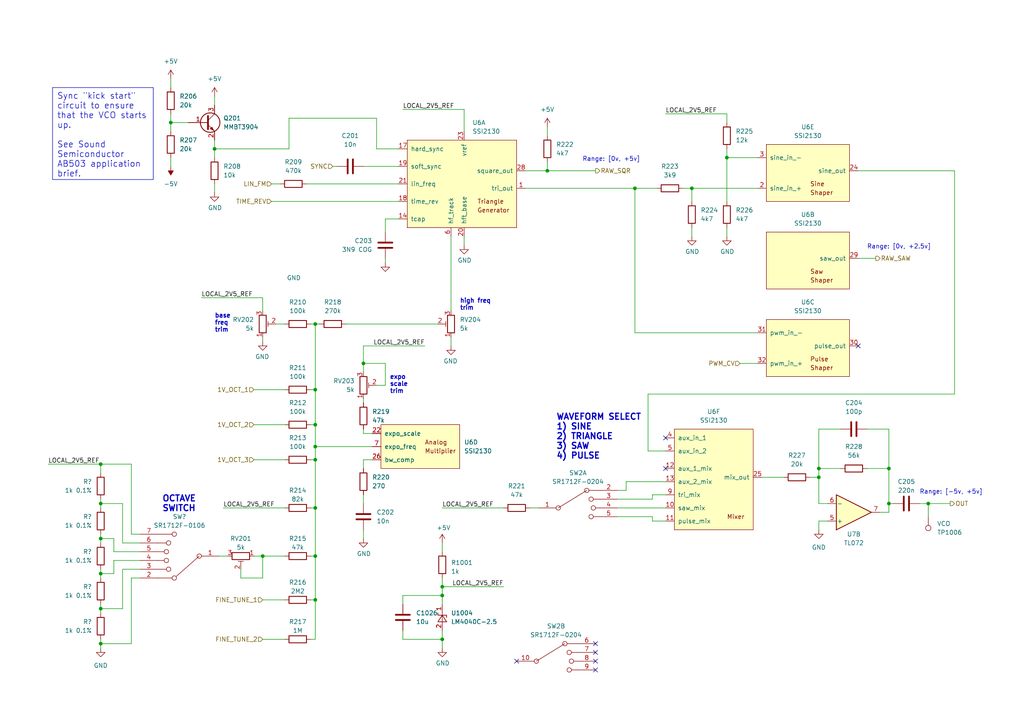
<source format=kicad_sch>
(kicad_sch (version 20230121) (generator eeschema)
  (paper "A4")
  (title_block (title "MICRO-OX Main VCO board") (date "2023-04-12") (rev "0") (comment 2 "creativecommons.org/licenses/by/4.0") (comment 3 "license: CC by 4.0") (comment 4 "Author: Jordan Aceto"))
  (lib_symbols
    (symbol "Amplifier_Operational:TL072" (pin_names (offset 0.127))
      (property "Reference" "U" (at 0 5.08 0))
      (property "Value" "TL072" (at 0 -5.08 0))
      (symbol "TL072_1_1"
        (polyline (pts (xy -5.08 5.08) (xy 5.08 0) (xy -5.08 -5.08) (xy -5.08 5.08)) (stroke (width 0.254)) (fill (type background)))
        (pin output line (at 7.62 0 180) (length 2.54) (name "~") (number "1"))
        (pin input line (at -7.62 -2.54 0) (length 2.54) (name "-") (number "2"))
        (pin input line (at -7.62 2.54 0) (length 2.54) (name "+") (number "3"))
      )
      (symbol "TL072_2_1"
        (polyline (pts (xy -5.08 5.08) (xy 5.08 0) (xy -5.08 -5.08) (xy -5.08 5.08)) (stroke (width 0.254)) (fill (type background)))
        (pin input line (at -7.62 2.54 0) (length 2.54) (name "+") (number "5"))
        (pin input line (at -7.62 -2.54 0) (length 2.54) (name "-") (number "6"))
        (pin output line (at 7.62 0 180) (length 2.54) (name "~") (number "7"))
      )
      (symbol "TL072_3_1"
        (pin power_in line (at -2.54 -7.62 90) (length 3.81) (name "V-") (number "4"))
        (pin power_in line (at -2.54 7.62 270) (length 3.81) (name "V+") (number "8"))
      )
    )
    (symbol "Connector:TestPoint" (pin_numbers hide) (pin_names (offset 0.762) hide)
      (property "Reference" "TP" (at 0 6.858 0))
      (property "Value" "TestPoint" (at 0 5.08 0))
      (symbol "TestPoint_0_1"
        (circle (center 0 3.302) (radius 0.762))
      )
      (symbol "TestPoint_1_1"
        (pin passive line (at 0 0 90) (length 2.54) (name "1") (number "1"))
      )
    )
    (symbol "Device:C" (pin_numbers hide) (pin_names (offset 0.254))
      (property "Reference" "C" (at 0.635 2.54 0))
      (property "Value" "C" (at 0.635 -2.54 0))
      (symbol "C_0_1"
        (polyline (pts (xy -2.032 -0.762) (xy 2.032 -0.762)) (stroke (width 0.508)))
        (polyline (pts (xy -2.032 0.762) (xy 2.032 0.762)) (stroke (width 0.508)))
      )
      (symbol "C_1_1"
        (pin passive line (at 0 3.81 270) (length 2.794) (name "~") (number "1"))
        (pin passive line (at 0 -3.81 90) (length 2.794) (name "~") (number "2"))
      )
    )
    (symbol "Device:R" (pin_numbers hide) (pin_names (offset 0))
      (property "Reference" "R" (at 2.032 0 90))
      (property "Value" "R" (at 0 0 90))
      (symbol "R_0_1"
        (rectangle (start -1.016 -2.54) (end 1.016 2.54) (stroke (width 0.254)))
      )
      (symbol "R_1_1"
        (pin passive line (at 0 3.81 270) (length 1.27) (name "~") (number "1"))
        (pin passive line (at 0 -3.81 90) (length 1.27) (name "~") (number "2"))
      )
    )
    (symbol "Device:R_Potentiometer_Trim" (pin_names (offset 1.016) hide)
      (property "Reference" "RV" (at -4.445 0 90))
      (property "Value" "R_Potentiometer_Trim" (at -2.54 0 90))
      (symbol "R_Potentiometer_Trim_0_1"
        (polyline (pts (xy 1.524 0.762) (xy 1.524 -0.762)))
        (polyline (pts (xy 2.54 0) (xy 1.524 0)))
        (rectangle (start 1.016 2.54) (end -1.016 -2.54) (stroke (width 0.254)))
      )
      (symbol "R_Potentiometer_Trim_1_1"
        (pin passive line (at 0 3.81 270) (length 1.27) (name "1") (number "1"))
        (pin passive line (at 3.81 0 180) (length 1.27) (name "2") (number "2"))
        (pin passive line (at 0 -3.81 90) (length 1.27) (name "3") (number "3"))
      )
    )
    (symbol "Reference_Voltage:LM4040DBZ-2.5" (pin_names (offset 0.0254) hide)
      (property "Reference" "U" (at 0 2.54 0))
      (property "Value" "LM4040DBZ-2.5" (at 0 -3.175 0))
      (symbol "LM4040DBZ-2.5_0_1"
        (polyline (pts (xy -1.27 0) (xy 0 0) (xy 1.27 0)))
        (polyline (pts (xy -1.27 -1.27) (xy 0.635 0) (xy -1.27 1.27) (xy -1.27 -1.27)) (stroke (width 0.2032)))
        (polyline (pts (xy 0 -1.27) (xy 0.635 -1.27) (xy 0.635 1.27) (xy 1.27 1.27)) (stroke (width 0.2032)))
      )
      (symbol "LM4040DBZ-2.5_1_1"
        (pin passive line (at 3.81 0 180) (length 2.54) (name "K") (number "1"))
        (pin passive line (at -3.81 0 0) (length 2.54) (name "A") (number "2"))
      )
    )
    (symbol "Transistor_BJT:MMBT3904" (pin_names (offset 0) hide)
      (property "Reference" "Q" (at 5.08 1.905 0))
      (property "Value" "MMBT3904" (at 5.08 0 0))
      (symbol "MMBT3904_0_1"
        (polyline (pts (xy 0.635 0.635) (xy 2.54 2.54)))
        (polyline (pts (xy 0.635 -0.635) (xy 2.54 -2.54) (xy 2.54 -2.54)))
        (polyline (pts (xy 0.635 1.905) (xy 0.635 -1.905) (xy 0.635 -1.905)) (stroke (width 0.508)))
        (polyline (pts (xy 1.27 -1.778) (xy 1.778 -1.27) (xy 2.286 -2.286) (xy 1.27 -1.778) (xy 1.27 -1.778)) (fill (type outline)))
        (circle (center 1.27 0) (radius 2.8194) (stroke (width 0.254)))
      )
      (symbol "MMBT3904_1_1"
        (pin input line (at -5.08 0 0) (length 5.715) (name "B") (number "1"))
        (pin passive line (at 2.54 -5.08 90) (length 2.54) (name "E") (number "2"))
        (pin passive line (at 2.54 5.08 270) (length 2.54) (name "C") (number "3"))
      )
    )
    (symbol "custom_symbols:SR1712F-0106" (pin_names (offset 1.016) hide)
      (property "Reference" "SW?" (at -1.27 11.43 0))
      (property "Value" "SR1712F-0106" (at -1.27 8.89 0))
      (symbol "SR1712F-0106_0_0"
        (circle (center -4.445 0) (radius 0.635))
        (polyline (pts (xy -4.445 0) (xy 2.159 5.842)))
        (polyline (pts (xy 3.429 -6.35) (xy 7.62 -6.35)))
        (polyline (pts (xy 3.429 6.35) (xy 7.62 6.35)))
        (polyline (pts (xy 5.08 -3.81) (xy 7.62 -3.81)))
        (polyline (pts (xy 5.08 3.81) (xy 7.62 3.81)))
        (polyline (pts (xy 5.715 -1.27) (xy 7.62 -1.27)))
        (polyline (pts (xy 5.715 1.27) (xy 7.62 1.27)))
        (circle (center 2.794 -6.35) (radius 0.635))
        (circle (center 2.794 6.35) (radius 0.635))
        (circle (center 4.445 -3.81) (radius 0.635))
        (circle (center 4.445 3.81) (radius 0.635))
        (circle (center 5.08 -1.27) (radius 0.635))
        (circle (center 5.08 1.27) (radius 0.635))
      )
      (symbol "SR1712F-0106_1_1"
        (pin passive line (at -10.16 0 0) (length 5.08) (name "1") (number "1"))
        (pin passive line (at 12.7 6.35 180) (length 5.08) (name "2") (number "2"))
        (pin passive line (at 12.7 3.81 180) (length 5.08) (name "3") (number "3"))
        (pin passive line (at 12.7 1.27 180) (length 5.08) (name "4") (number "4"))
        (pin passive line (at 12.7 -1.27 180) (length 5.08) (name "5") (number "5"))
        (pin passive line (at 12.7 -3.81 180) (length 5.08) (name "6") (number "6"))
        (pin passive line (at 12.7 -6.35 180) (length 5.08) (name "7") (number "7"))
      )
    )
    (symbol "custom_symbols:SR1712F-0204" (pin_names (offset 1.016) hide)
      (property "Reference" "SW?" (at 1.27 11.43 0))
      (property "Value" "SR1712F-0204" (at 1.27 8.89 0))
      (symbol "SR1712F-0204_0_0"
        (circle (center -4.445 0) (radius 0.635))
        (polyline (pts (xy -4.445 0) (xy 3.81 5.08)))
        (polyline (pts (xy 4.445 5.08) (xy 7.62 5.08)))
        (polyline (pts (xy 5.715 -2.54) (xy 7.62 -2.54)))
        (polyline (pts (xy 5.715 2.54) (xy 7.62 2.54)))
        (polyline (pts (xy 6.35 0) (xy 7.62 0)))
        (circle (center 3.81 5.08) (radius 0.635))
        (circle (center 5.08 -2.54) (radius 0.635))
        (circle (center 5.08 2.54) (radius 0.635))
        (circle (center 5.715 0) (radius 0.635))
      )
      (symbol "SR1712F-0204_1_1"
        (pin passive line (at -10.16 0 0) (length 5.08) (name "1") (number "1"))
        (pin passive line (at 12.7 5.08 180) (length 5.08) (name "2") (number "2"))
        (pin passive line (at 12.7 2.54 180) (length 5.08) (name "3") (number "3"))
        (pin passive line (at 12.7 0 180) (length 5.08) (name "4") (number "4"))
        (pin passive line (at 12.7 -2.54 180) (length 5.08) (name "5") (number "5"))
      )
      (symbol "SR1712F-0204_2_1"
        (pin passive line (at -10.16 0 0) (length 5.08) (name "10") (number "10"))
        (pin passive line (at 12.7 5.08 180) (length 5.08) (name "6") (number "6"))
        (pin passive line (at 12.7 2.54 180) (length 5.08) (name "7") (number "7"))
        (pin passive line (at 12.7 0 180) (length 5.08) (name "8") (number "8"))
        (pin passive line (at 12.7 -2.54 180) (length 5.08) (name "9") (number "9"))
      )
    )
    (symbol "custom_symbols:SSI2130" (pin_names (offset 1.016))
      (property "Reference" "U4" (at 2.0194 16.51 0))
      (property "Value" "SSI2130" (at 2.0194 13.97 0))
      (symbol "SSI2130_1_0"
        (polyline (pts (xy -16.51 11.43) (xy -16.51 -13.97) (xy 15.24 -13.97) (xy 15.24 11.43) (xy 6.35 11.43) (xy -16.51 11.43)) (fill (type background)))
        (text "Generator" (at 3.81 -8.89 0) (effects (font (size 1.27 1.27)) (justify left)))
        (text "Triangle" (at 3.81 -6.35 0) (effects (font (size 1.27 1.27)) (justify left)))
      )
      (symbol "SSI2130_1_1"
        (pin output line (at 17.78 -2.54 180) (length 2.54) (name "tri_out") (number "1"))
        (pin input line (at -19.05 -11.43 0) (length 2.54) (name "tcap") (number "14"))
        (pin input line (at -19.05 8.89 0) (length 2.54) (name "hard_sync") (number "17"))
        (pin input line (at -19.05 -6.35 0) (length 2.54) (name "time_rev") (number "18"))
        (pin input line (at -19.05 3.81 0) (length 2.54) (name "soft_sync") (number "19"))
        (pin input line (at 0 -16.51 90) (length 2.54) (name "hft_base") (number "20"))
        (pin input line (at -19.05 -1.27 0) (length 2.54) (name "lin_freq") (number "21"))
        (pin input line (at 0 13.97 270) (length 2.54) (name "vref") (number "23"))
        (pin output line (at 17.78 2.54 180) (length 2.54) (name "square_out") (number "28"))
        (pin input line (at -3.81 -16.51 90) (length 2.54) (name "hf_track") (number "6"))
      )
      (symbol "SSI2130_2_1"
        (polyline (pts (xy -11.43 0) (xy -11.43 7.62) (xy 12.7 7.62) (xy 12.7 -8.89) (xy -11.43 -8.89) (xy -11.43 0)) (fill (type background)))
        (text "Saw" (at 1.27 -3.81 0) (effects (font (size 1.27 1.27)) (justify left)))
        (text "Shaper" (at 1.27 -6.35 0) (effects (font (size 1.27 1.27)) (justify left)))
        (pin output line (at 15.24 0 180) (length 2.54) (name "saw_out") (number "29"))
      )
      (symbol "SSI2130_3_1"
        (polyline (pts (xy 12.7 7.62) (xy -11.43 7.62) (xy -11.43 -8.89) (xy 12.7 -8.89) (xy 12.7 7.62)) (fill (type background)))
        (text "Pulse" (at 1.27 -3.81 0) (effects (font (size 1.27 1.27)) (justify left)))
        (text "Shaper" (at 1.27 -6.35 0) (effects (font (size 1.27 1.27)) (justify left)))
        (pin output line (at 15.24 0 180) (length 2.54) (name "pulse_out") (number "30"))
        (pin input line (at -13.97 3.81 0) (length 2.54) (name "pwm_in_-") (number "31"))
        (pin input line (at -13.97 -5.08 0) (length 2.54) (name "pwm_in_+") (number "32"))
      )
      (symbol "SSI2130_4_1"
        (polyline (pts (xy -11.43 6.35) (xy -11.43 -6.35) (xy 11.43 -6.35) (xy 11.43 6.35) (xy -11.43 6.35)) (fill (type background)))
        (text "Analog" (at 1.27 1.27 0) (effects (font (size 1.27 1.27)) (justify left)))
        (text "Multiplier" (at 1.27 -1.27 0) (effects (font (size 1.27 1.27)) (justify left)))
        (pin input line (at -13.97 3.81 0) (length 2.54) (name "expo_scale") (number "22"))
        (pin input line (at -13.97 -3.81 0) (length 2.54) (name "bw_comp") (number "26"))
        (pin input line (at -13.97 0 0) (length 2.54) (name "expo_freq") (number "7"))
      )
      (symbol "SSI2130_5_1"
        (polyline (pts (xy -11.43 7.62) (xy -11.43 -8.89) (xy 12.7 -8.89) (xy 12.7 7.62) (xy -11.43 7.62)) (fill (type background)))
        (text "Shaper" (at 1.27 -6.35 0) (effects (font (size 1.27 1.27)) (justify left)))
        (text "Sine" (at 1.27 -3.81 0) (effects (font (size 1.27 1.27)) (justify left)))
        (pin input line (at -13.97 -5.08 0) (length 2.54) (name "sine_in_+") (number "2"))
        (pin output line (at 15.24 0 180) (length 2.54) (name "sine_out") (number "24"))
        (pin input line (at -13.97 3.81 0) (length 2.54) (name "sine_in_-") (number "3"))
      )
      (symbol "SSI2130_6_1"
        (polyline (pts (xy 11.43 -11.43) (xy -11.43 -11.43) (xy -11.43 10.16) (xy -11.43 17.78) (xy 11.43 17.78) (xy 11.43 -11.43)) (fill (type background)))
        (text "Mixer" (at 3.81 -7.62 0) (effects (font (size 1.27 1.27)) (justify left)))
        (pin input line (at -13.97 -5.08 0) (length 2.54) (name "saw_mix") (number "10"))
        (pin input line (at -13.97 -8.89 0) (length 2.54) (name "pulse_mix") (number "11"))
        (pin input line (at -13.97 6.35 0) (length 2.54) (name "aux_1_mix") (number "12"))
        (pin input line (at -13.97 2.54 0) (length 2.54) (name "aux_2_mix") (number "13"))
        (pin output line (at 13.97 3.81 180) (length 2.54) (name "mix_out") (number "25"))
        (pin input line (at -13.97 15.24 0) (length 2.54) (name "aux_in_1") (number "4"))
        (pin input line (at -13.97 11.43 0) (length 2.54) (name "aux_in_2") (number "5"))
        (pin input line (at -13.97 -1.27 0) (length 2.54) (name "tri_mix") (number "9"))
      )
      (symbol "SSI2130_7_1"
        (polyline (pts (xy -11.43 6.35) (xy -11.43 -6.35) (xy 11.43 -6.35) (xy 11.43 6.35) (xy -11.43 6.35)) (fill (type background)))
        (text "Power" (at 1.27 0 0) (effects (font (size 1.27 1.27)) (justify left)))
        (pin power_in line (at -13.97 -1.27 0) (length 2.54) (name "dgnd") (number "15"))
        (pin power_in line (at -13.97 1.27 0) (length 2.54) (name "agnd") (number "16"))
        (pin power_in line (at -13.97 3.81 0) (length 2.54) (name "V+") (number "27"))
        (pin power_in line (at -13.97 -3.81 0) (length 2.54) (name "V-") (number "8"))
      )
    )
    (symbol "power:+5V" (power) (pin_names (offset 0))
      (property "Value" "+5V" (at 0 3.556 0))
      (symbol "+5V_0_1"
        (polyline (pts (xy -0.762 1.27) (xy 0 2.54)))
        (polyline (pts (xy 0 0) (xy 0 2.54)))
        (polyline (pts (xy 0 2.54) (xy 0.762 1.27)))
      )
      (symbol "+5V_1_1"
        (pin power_in line (at 0 0 90) (length 0) hide (name "+5V") (number "1"))
      )
    )
    (symbol "power:-5V" (power) (pin_names (offset 0))
      (property "Value" "-5V" (at 0 3.81 0))
      (symbol "-5V_0_0"
        (pin power_in line (at 0 0 90) (length 0) hide (name "-5V") (number "1"))
      )
      (symbol "-5V_0_1"
        (polyline (pts (xy 0 0) (xy 0 1.27) (xy 0.762 1.27) (xy 0 2.54) (xy -0.762 1.27) (xy 0 1.27)) (fill (type outline)))
      )
    )
    (symbol "power:GND" (power) (pin_names (offset 0))
      (property "Value" "GND" (at 0 -3.81 0))
      (symbol "GND_0_1"
        (polyline (pts (xy 0 0) (xy 0 -1.27) (xy 1.27 -1.27) (xy 0 -2.54) (xy -1.27 -1.27) (xy 0 -1.27)))
      )
      (symbol "GND_1_1"
        (pin power_in line (at 0 0 270) (length 0) hide (name "GND") (number "1"))
      )
    )
  )
  (junction (at 184.15 54.61))
  (junction (at 158.75 49.53))
  (junction (at 29.21 186.69))
  (junction (at 29.21 156.21))
  (junction (at 128.27 172.72))
  (junction (at 62.23 43.18))
  (junction (at 269.24 146.05))
  (junction (at 210.82 45.72))
  (junction (at 91.44 147.32))
  (junction (at 91.44 133.35))
  (junction (at 237.49 135.89))
  (junction (at 29.21 166.37))
  (junction (at 257.81 146.05))
  (junction (at 91.44 129.54))
  (junction (at 91.44 93.98))
  (junction (at 29.21 176.53))
  (junction (at 237.49 138.43))
  (junction (at 91.44 113.03))
  (junction (at 91.44 161.29))
  (junction (at 128.27 185.42))
  (junction (at 128.27 170.18))
  (junction (at 257.81 135.89))
  (junction (at 29.21 146.05))
  (junction (at 200.66 54.61))
  (junction (at 91.44 173.99))
  (junction (at 49.53 35.56))
  (junction (at 105.41 105.41))
  (junction (at 29.21 134.62))
  (junction (at 76.2 161.29))
  (junction (at 91.44 123.19))
  (no_connect (at 149.86 191.77))
  (no_connect (at 193.04 135.89))
  (no_connect (at 172.72 186.69))
  (no_connect (at 172.72 189.23))
  (no_connect (at 248.92 100.33))
  (no_connect (at 172.72 194.31))
  (no_connect (at 172.72 191.77))
  (no_connect (at 193.04 127))
  (wire (pts (xy 130.81 100.33) (xy 130.81 97.79)))
  (wire (pts (xy 152.4 54.61) (xy 184.15 54.61)))
  (wire (pts (xy 128.27 185.42) (xy 128.27 182.88)))
  (wire (pts (xy 210.82 45.72) (xy 210.82 43.18)))
  (wire (pts (xy 90.17 93.98) (xy 91.44 93.98)))
  (wire (pts (xy 73.66 161.29) (xy 76.2 161.29)))
  (wire (pts (xy 210.82 66.04) (xy 210.82 68.58)))
  (wire (pts (xy 153.67 147.32) (xy 156.21 147.32)))
  (wire (pts (xy 200.66 54.61) (xy 219.71 54.61)))
  (wire (pts (xy 116.84 185.42) (xy 128.27 185.42)))
  (wire (pts (xy 214.63 105.41) (xy 219.71 105.41)))
  (wire (pts (xy 251.46 124.46) (xy 257.81 124.46)))
  (wire (pts (xy 269.24 146.05) (xy 269.24 149.86)))
  (wire (pts (xy 190.5 54.61) (xy 184.15 54.61)))
  (wire (pts (xy 105.41 156.21) (xy 105.41 153.67)))
  (wire (pts (xy 91.44 129.54) (xy 91.44 133.35)))
  (wire (pts (xy 269.24 146.05) (xy 275.59 146.05)))
  (wire (pts (xy 111.76 63.5) (xy 115.57 63.5)))
  (wire (pts (xy 105.41 105.41) (xy 105.41 107.95)))
  (wire (pts (xy 91.44 173.99) (xy 91.44 185.42)))
  (wire (pts (xy 111.76 76.2) (xy 111.76 74.93)))
  (wire (pts (xy 90.17 113.03) (xy 91.44 113.03)))
  (wire (pts (xy 237.49 151.13) (xy 240.03 151.13)))
  (wire (pts (xy 198.12 54.61) (xy 200.66 54.61)))
  (wire (pts (xy 128.27 167.64) (xy 128.27 170.18)))
  (wire (pts (xy 248.92 49.53) (xy 276.86 49.53)))
  (wire (pts (xy 200.66 58.42) (xy 200.66 54.61)))
  (wire (pts (xy 257.81 135.89) (xy 251.46 135.89)))
  (wire (pts (xy 29.21 134.62) (xy 38.1 134.62)))
  (wire (pts (xy 187.96 114.3) (xy 276.86 114.3)))
  (wire (pts (xy 128.27 187.96) (xy 128.27 185.42)))
  (wire (pts (xy 193.04 130.81) (xy 187.96 130.81)))
  (wire (pts (xy 78.74 58.42) (xy 115.57 58.42)))
  (wire (pts (xy 255.27 148.59) (xy 257.81 148.59)))
  (wire (pts (xy 134.62 31.75) (xy 134.62 38.1)))
  (wire (pts (xy 35.56 157.48) (xy 35.56 146.05)))
  (wire (pts (xy 69.85 167.64) (xy 76.2 167.64)))
  (wire (pts (xy 88.9 53.34) (xy 115.57 53.34)))
  (wire (pts (xy 105.41 135.89) (xy 105.41 133.35)))
  (wire (pts (xy 76.2 86.36) (xy 58.42 86.36)))
  (wire (pts (xy 91.44 161.29) (xy 91.44 173.99)))
  (wire (pts (xy 111.76 67.31) (xy 111.76 63.5)))
  (wire (pts (xy 158.75 39.37) (xy 158.75 36.83)))
  (wire (pts (xy 90.17 123.19) (xy 91.44 123.19)))
  (wire (pts (xy 35.56 176.53) (xy 35.56 165.1)))
  (wire (pts (xy 116.84 182.88) (xy 116.84 185.42)))
  (wire (pts (xy 49.53 35.56) (xy 49.53 38.1)))
  (wire (pts (xy 40.64 160.02) (xy 33.02 160.02)))
  (wire (pts (xy 29.21 176.53) (xy 29.21 177.8)))
  (wire (pts (xy 109.22 111.76) (xy 111.76 111.76)))
  (wire (pts (xy 181.61 142.24) (xy 179.07 142.24)))
  (wire (pts (xy 105.41 124.46) (xy 105.41 125.73)))
  (wire (pts (xy 29.21 166.37) (xy 29.21 167.64)))
  (wire (pts (xy 73.66 133.35) (xy 82.55 133.35)))
  (wire (pts (xy 219.71 45.72) (xy 210.82 45.72)))
  (wire (pts (xy 49.53 22.86) (xy 49.53 25.4)))
  (wire (pts (xy 248.92 74.93) (xy 254 74.93)))
  (wire (pts (xy 181.61 139.7) (xy 193.04 139.7)))
  (wire (pts (xy 210.82 33.02) (xy 193.04 33.02)))
  (wire (pts (xy 40.64 154.94) (xy 38.1 154.94)))
  (wire (pts (xy 105.41 133.35) (xy 107.95 133.35)))
  (wire (pts (xy 189.23 144.78) (xy 179.07 144.78)))
  (wire (pts (xy 29.21 144.78) (xy 29.21 146.05)))
  (wire (pts (xy 237.49 124.46) (xy 237.49 135.89)))
  (wire (pts (xy 257.81 135.89) (xy 257.81 146.05)))
  (wire (pts (xy 257.81 146.05) (xy 257.81 148.59)))
  (wire (pts (xy 29.21 185.42) (xy 29.21 186.69)))
  (wire (pts (xy 105.41 100.33) (xy 105.41 105.41)))
  (wire (pts (xy 179.07 147.32) (xy 193.04 147.32)))
  (wire (pts (xy 128.27 170.18) (xy 146.05 170.18)))
  (wire (pts (xy 237.49 135.89) (xy 243.84 135.89)))
  (wire (pts (xy 189.23 151.13) (xy 189.23 149.86)))
  (wire (pts (xy 109.22 43.18) (xy 109.22 34.29)))
  (wire (pts (xy 33.02 156.21) (xy 29.21 156.21)))
  (wire (pts (xy 29.21 176.53) (xy 35.56 176.53)))
  (wire (pts (xy 38.1 186.69) (xy 38.1 167.64)))
  (wire (pts (xy 90.17 133.35) (xy 91.44 133.35)))
  (wire (pts (xy 130.81 68.58) (xy 130.81 90.17)))
  (wire (pts (xy 210.82 58.42) (xy 210.82 45.72)))
  (wire (pts (xy 189.23 149.86) (xy 179.07 149.86)))
  (wire (pts (xy 152.4 49.53) (xy 158.75 49.53)))
  (wire (pts (xy 237.49 138.43) (xy 237.49 135.89)))
  (wire (pts (xy 100.33 93.98) (xy 127 93.98)))
  (wire (pts (xy 82.55 147.32) (xy 64.77 147.32)))
  (wire (pts (xy 105.41 146.05) (xy 105.41 143.51)))
  (wire (pts (xy 91.44 93.98) (xy 92.71 93.98)))
  (wire (pts (xy 62.23 30.48) (xy 62.23 27.94)))
  (wire (pts (xy 107.95 129.54) (xy 91.44 129.54)))
  (wire (pts (xy 134.62 31.75) (xy 116.84 31.75)))
  (wire (pts (xy 128.27 175.26) (xy 128.27 172.72)))
  (wire (pts (xy 257.81 146.05) (xy 259.08 146.05)))
  (wire (pts (xy 243.84 124.46) (xy 237.49 124.46)))
  (wire (pts (xy 257.81 124.46) (xy 257.81 135.89)))
  (wire (pts (xy 105.41 116.84) (xy 105.41 115.57)))
  (wire (pts (xy 29.21 134.62) (xy 29.21 137.16)))
  (wire (pts (xy 29.21 166.37) (xy 33.02 166.37)))
  (wire (pts (xy 73.66 113.03) (xy 82.55 113.03)))
  (wire (pts (xy 91.44 123.19) (xy 91.44 129.54)))
  (wire (pts (xy 29.21 175.26) (xy 29.21 176.53)))
  (wire (pts (xy 210.82 35.56) (xy 210.82 33.02)))
  (wire (pts (xy 73.66 123.19) (xy 82.55 123.19)))
  (wire (pts (xy 184.15 54.61) (xy 184.15 96.52)))
  (wire (pts (xy 29.21 146.05) (xy 29.21 147.32)))
  (wire (pts (xy 91.44 133.35) (xy 91.44 147.32)))
  (wire (pts (xy 96.52 48.26) (xy 97.79 48.26)))
  (wire (pts (xy 91.44 161.29) (xy 90.17 161.29)))
  (wire (pts (xy 35.56 165.1) (xy 40.64 165.1)))
  (wire (pts (xy 116.84 175.26) (xy 116.84 172.72)))
  (wire (pts (xy 29.21 134.62) (xy 13.97 134.62)))
  (wire (pts (xy 29.21 156.21) (xy 29.21 157.48)))
  (wire (pts (xy 184.15 96.52) (xy 219.71 96.52)))
  (wire (pts (xy 29.21 186.69) (xy 38.1 186.69)))
  (wire (pts (xy 91.44 113.03) (xy 91.44 123.19)))
  (wire (pts (xy 116.84 172.72) (xy 128.27 172.72)))
  (wire (pts (xy 111.76 111.76) (xy 111.76 105.41)))
  (wire (pts (xy 187.96 130.81) (xy 187.96 114.3)))
  (wire (pts (xy 29.21 186.69) (xy 29.21 187.96)))
  (wire (pts (xy 49.53 45.72) (xy 49.53 48.26)))
  (wire (pts (xy 181.61 139.7) (xy 181.61 142.24)))
  (wire (pts (xy 38.1 167.64) (xy 40.64 167.64)))
  (wire (pts (xy 91.44 93.98) (xy 91.44 113.03)))
  (wire (pts (xy 91.44 147.32) (xy 91.44 161.29)))
  (wire (pts (xy 76.2 99.06) (xy 76.2 97.79)))
  (wire (pts (xy 158.75 49.53) (xy 172.72 49.53)))
  (wire (pts (xy 76.2 86.36) (xy 76.2 90.17)))
  (wire (pts (xy 76.2 167.64) (xy 76.2 161.29)))
  (wire (pts (xy 134.62 71.12) (xy 134.62 68.58)))
  (wire (pts (xy 83.82 43.18) (xy 62.23 43.18)))
  (wire (pts (xy 237.49 146.05) (xy 240.03 146.05)))
  (wire (pts (xy 107.95 125.73) (xy 105.41 125.73)))
  (wire (pts (xy 266.7 146.05) (xy 269.24 146.05)))
  (wire (pts (xy 105.41 100.33) (xy 123.19 100.33)))
  (wire (pts (xy 115.57 43.18) (xy 109.22 43.18)))
  (wire (pts (xy 109.22 34.29) (xy 83.82 34.29)))
  (wire (pts (xy 237.49 146.05) (xy 237.49 138.43)))
  (wire (pts (xy 78.74 53.34) (xy 81.28 53.34)))
  (wire (pts (xy 76.2 173.99) (xy 82.55 173.99)))
  (wire (pts (xy 200.66 66.04) (xy 200.66 68.58)))
  (wire (pts (xy 189.23 143.51) (xy 189.23 144.78)))
  (wire (pts (xy 38.1 154.94) (xy 38.1 134.62)))
  (wire (pts (xy 105.41 48.26) (xy 115.57 48.26)))
  (wire (pts (xy 128.27 157.48) (xy 128.27 160.02)))
  (wire (pts (xy 33.02 160.02) (xy 33.02 156.21)))
  (wire (pts (xy 158.75 46.99) (xy 158.75 49.53)))
  (wire (pts (xy 62.23 43.18) (xy 62.23 45.72)))
  (wire (pts (xy 40.64 157.48) (xy 35.56 157.48)))
  (wire (pts (xy 189.23 143.51) (xy 193.04 143.51)))
  (wire (pts (xy 276.86 49.53) (xy 276.86 114.3)))
  (wire (pts (xy 128.27 147.32) (xy 146.05 147.32)))
  (wire (pts (xy 62.23 55.88) (xy 62.23 53.34)))
  (wire (pts (xy 29.21 165.1) (xy 29.21 166.37)))
  (wire (pts (xy 91.44 147.32) (xy 90.17 147.32)))
  (wire (pts (xy 63.5 161.29) (xy 66.04 161.29)))
  (wire (pts (xy 111.76 105.41) (xy 105.41 105.41)))
  (wire (pts (xy 76.2 185.42) (xy 82.55 185.42)))
  (wire (pts (xy 33.02 166.37) (xy 33.02 162.56)))
  (wire (pts (xy 234.95 138.43) (xy 237.49 138.43)))
  (wire (pts (xy 128.27 170.18) (xy 128.27 172.72)))
  (wire (pts (xy 69.85 165.1) (xy 69.85 167.64)))
  (wire (pts (xy 237.49 153.67) (xy 237.49 151.13)))
  (wire (pts (xy 49.53 33.02) (xy 49.53 35.56)))
  (wire (pts (xy 49.53 35.56) (xy 54.61 35.56)))
  (wire (pts (xy 76.2 161.29) (xy 82.55 161.29)))
  (wire (pts (xy 29.21 154.94) (xy 29.21 156.21)))
  (wire (pts (xy 90.17 173.99) (xy 91.44 173.99)))
  (wire (pts (xy 35.56 146.05) (xy 29.21 146.05)))
  (wire (pts (xy 193.04 151.13) (xy 189.23 151.13)))
  (wire (pts (xy 33.02 162.56) (xy 40.64 162.56)))
  (wire (pts (xy 80.01 93.98) (xy 82.55 93.98)))
  (wire (pts (xy 62.23 40.64) (xy 62.23 43.18)))
  (wire (pts (xy 220.98 138.43) (xy 227.33 138.43)))
  (wire (pts (xy 91.44 185.42) (xy 90.17 185.42)))
  (wire (pts (xy 83.82 34.29) (xy 83.82 43.18)))
  (text_box "Sync \"kick start\" circuit to ensure that the VCO starts up.\n\nSee Sound Semiconductor AB503 application brief." (at 15.24 25.4 0) (size 29.21 26.67) (effects (font (size 1.75 1.75)) (justify left top)))
  (text "Range: [0v, +2.5v]" (at 251.46 72.39 0) (effects (font (size 1.27 1.27)) (justify left bottom)))
  (text "WAVEFORM SELECT\n1) SINE\n2) TRIANGLE\n3) SAW\n4) PULSE" (at 161.29 133.35 0) (effects (font (size 1.75 1.75) (thickness 0.35) bold) (justify left bottom)))
  (text "high freq\ntrim" (at 133.35 90.17 0) (effects (font (size 1.27 1.27) (thickness 0.254) bold) (justify left bottom)))
  (text "Range: [-5v, +5v]" (at 266.7 143.51 0) (effects (font (size 1.27 1.27)) (justify left bottom)))
  (text "Range: [0v, +5v]" (at 168.91 46.99 0) (effects (font (size 1.27 1.27)) (justify left bottom)))
  (text "base\nfreq\ntrim" (at 62.23 96.52 0) (effects (font (size 1.27 1.27) (thickness 0.254) bold) (justify left bottom)))
  (text "OCTAVE\nSWITCH" (at 46.99 148.59 0) (effects (font (size 1.75 1.75) (thickness 0.35) bold) (justify left bottom)))
  (text "expo\nscale \ntrim" (at 113.03 114.3 0) (effects (font (size 1.27 1.27) (thickness 0.254) bold) (justify left bottom)))
  (label "LOCAL_2V5_REF" (at 128.27 147.32 0))
  (label "LOCAL_2V5_REF" (at 58.42 86.36 0))
  (label "LOCAL_2V5_REF" (at 193.04 33.02 0))
  (label "LOCAL_2V5_REF" (at 123.19 100.33 180))
  (label "LOCAL_2V5_REF" (at 146.05 170.18 180))
  (label "LOCAL_2V5_REF" (at 116.84 31.75 0))
  (label "LOCAL_2V5_REF" (at 13.97 134.62 0))
  (label "LOCAL_2V5_REF" (at 64.77 147.32 0))
  (hierarchical_label "1V_OCT_3" (shape input) (at 73.66 133.35 180))
  (hierarchical_label "OUT" (shape output) (at 275.59 146.05 0))
  (hierarchical_label "RAW_SQR" (shape output) (at 172.72 49.53 0))
  (hierarchical_label "1V_OCT_2" (shape input) (at 73.66 123.19 180))
  (hierarchical_label "1V_OCT_1" (shape input) (at 73.66 113.03 180))
  (hierarchical_label "FINE_TUNE_1" (shape input) (at 76.2 173.99 180))
  (hierarchical_label "PWM_CV" (shape input) (at 214.63 105.41 180))
  (hierarchical_label "LIN_FM" (shape input) (at 78.74 53.34 180))
  (hierarchical_label "TIME_REV" (shape input) (at 78.74 58.42 180))
  (hierarchical_label "RAW_SAW" (shape output) (at 254 74.93 0))
  (hierarchical_label "FINE_TUNE_2" (shape input) (at 76.2 185.42 180))
  (hierarchical_label "SYNC" (shape input) (at 96.52 48.26 180))
  (symbol (lib_id "Device:R") (at 86.36 173.99 270) (unit 1)
    (property "Reference" "R216" (at 86.36 168.91 90))
    (property "Value" "2M2" (at 86.36 171.45 90))
    (property "Footprint" "Resistor_SMD:R_0603_1608Metric" (effects hide))
    (instances (project "main_VCO_board" (path "" (reference "R216") (unit 1)) (path "" (reference "R316") (unit 1))))
  )
  (symbol (lib_id "custom_symbols:SR1712F-0204") (at 160.02 191.77 0) (unit 2)
    (property "Reference" "SW2" (at 161.29 181.61 0))
    (property "Value" "SR1712F-0204" (at 161.29 184.15 0))
    (property "Footprint" "custom_footprints:SR1712F_rotary_switch" (effects hide))
    (instances (project "main_VCO_board" (path "" (reference "SW2") (unit 2)) (path "" (reference "SW4") (unit 2))))
  )
  (symbol (lib_id "Device:R") (at 210.82 39.37 180) (unit 1)
    (property "Reference" "R225" (at 213.36 38.1 0) (effects (justify right)))
    (property "Value" "12k" (at 213.36 40.64 0) (effects (justify right)))
    (property "Footprint" "Resistor_SMD:R_0603_1608Metric" (effects hide))
    (instances (project "main_VCO_board" (path "" (reference "R225") (unit 1)) (path "" (reference "R325") (unit 1))))
  )
  (symbol (lib_id "Device:R") (at 105.41 139.7 0) (unit 1)
    (property "Reference" "R220" (at 107.95 138.43 0) (effects (justify left)))
    (property "Value" "270" (at 107.95 140.97 0) (effects (justify left)))
    (property "Footprint" "Resistor_SMD:R_0603_1608Metric" (effects hide))
    (instances (project "main_VCO_board" (path "" (reference "R220") (unit 1)) (path "" (reference "R320") (unit 1))))
  )
  (symbol (lib_id "Reference_Voltage:LM4040DBZ-2.5") (at 128.27 179.07 90) (unit 1)
    (property "Reference" "U1004" (at 130.81 177.8 90) (effects (justify right)))
    (property "Value" "LM4040C-2.5" (at 130.81 180.34 90) (effects (justify right)))
    (property "Footprint" "Package_TO_SOT_SMD:SOT-23" (effects hide))
    (property "Datasheet" "http://www.ti.com/lit/ds/symlink/lm4040-n.pdf" (effects hide))
    (instances (project "main_VCO_board" (path "" (reference "U1004") (unit 1)) (path "" (reference "U201") (unit 1)) (path "" (reference "U301") (unit 1))))
  )
  (symbol (lib_id "Device:C") (at 262.89 146.05 90) (unit 1)
    (property "Reference" "C205" (at 262.89 139.7 90))
    (property "Value" "220n" (at 262.89 142.24 90))
    (property "Footprint" "Capacitor_THT:C_Rect_L7.0mm_W2.0mm_P5.00mm" (effects hide))
    (instances (project "main_VCO_board" (path "" (reference "C205") (unit 1)) (path "" (reference "C305") (unit 1))))
  )
  (symbol (lib_id "Device:R") (at 158.75 43.18 180) (unit 1)
    (property "Reference" "R222" (at 161.29 41.91 0) (effects (justify right)))
    (property "Value" "4k7" (at 161.29 44.45 0) (effects (justify right)))
    (property "Footprint" "Resistor_SMD:R_0603_1608Metric" (effects hide))
    (instances (project "main_VCO_board" (path "" (reference "R222") (unit 1)) (path "" (reference "R322") (unit 1))))
  )
  (symbol (lib_id "power:GND") (at 130.81 100.33 0) (mirror y) (unit 1)
    (property "Reference" "#PWR0209" (effects hide))
    (property "Value" "~" (at 130.683 104.7242 0))
    (instances (project "main_VCO_board" (path "" (reference "#PWR0209") (unit 1)) (path "" (reference "#PWR0309") (unit 1))))
  )
  (symbol (lib_id "custom_symbols:SSI2130") (at 233.68 49.53 0) (unit 5)
    (property "Reference" "U6" (at 234.315 36.83 0))
    (property "Value" "SSI2130" (at 234.315 39.37 0))
    (property "Footprint" "Package_DFN_QFN:QFN-32-1EP_4x4mm_P0.4mm_EP2.9x2.9mm" (effects hide))
    (property "Datasheet" "https://www.soundsemiconductor.com/downloads/ssi2130datasheet.pdf" (effects hide))
    (instances (project "main_VCO_board" (path "" (reference "U6") (unit 5)) (path "" (reference "U8") (unit 5))))
  )
  (symbol (lib_id "power:GND") (at 200.66 68.58 0) (unit 1)
    (property "Reference" "#PWR0213" (effects hide))
    (property "Value" "~" (at 200.787 72.9742 0))
    (instances (project "main_VCO_board" (path "" (reference "#PWR0213") (unit 1)) (path "" (reference "#PWR0313") (unit 1))))
  )
  (symbol (lib_id "power:GND") (at 210.82 68.58 0) (unit 1)
    (property "Reference" "#PWR0214" (effects hide))
    (property "Value" "~" (at 210.947 72.9742 0))
    (instances (project "main_VCO_board" (path "" (reference "#PWR0214") (unit 1)) (path "" (reference "#PWR0314") (unit 1))))
  )
  (symbol (lib_id "Device:R_Potentiometer_Trim") (at 69.85 161.29 270) (unit 1)
    (property "Reference" "RV201" (at 69.85 156.21 90))
    (property "Value" "5k" (at 69.85 158.75 90))
    (property "Footprint" "Potentiometer_THT:Potentiometer_Bourns_3296W_Vertical" (effects hide))
    (instances (project "main_VCO_board" (path "" (reference "RV201") (unit 1)) (path "" (reference "RV301") (unit 1)) (path "" (reference "RV?") (unit 1))))
  )
  (symbol (lib_id "custom_symbols:SR1712F-0204") (at 166.37 147.32 0) (unit 1)
    (property "Reference" "SW2" (at 167.64 137.16 0))
    (property "Value" "SR1712F-0204" (at 167.64 139.7 0))
    (property "Footprint" "custom_footprints:SR1712F_rotary_switch" (effects hide))
    (instances (project "main_VCO_board" (path "" (reference "SW2") (unit 1)) (path "" (reference "SW4") (unit 1))))
  )
  (symbol (lib_id "Device:C") (at 101.6 48.26 90) (unit 1)
    (property "Reference" "C201" (at 101.6 39.37 90))
    (property "Value" "10n" (at 101.6 41.91 90))
    (property "Footprint" "Capacitor_SMD:C_0603_1608Metric" (effects hide))
    (instances (project "main_VCO_board" (path "" (reference "C201") (unit 1)) (path "" (reference "C301") (unit 1))))
  )
  (symbol (lib_id "power:GND") (at 62.23 55.88 0) (unit 1)
    (property "Reference" "#PWR0205" (effects hide))
    (property "Value" "~" (at 62.357 60.2742 0))
    (instances (project "main_VCO_board" (path "" (reference "#PWR0205") (unit 1)) (path "" (reference "#PWR0305") (unit 1))))
  )
  (symbol (lib_id "Device:R") (at 29.21 161.29 0) (mirror y) (unit 1)
    (property "Reference" "R?" (at 26.67 160.02 0) (effects (justify left)))
    (property "Value" "1k 0.1%" (at 26.67 162.56 0) (effects (justify left)))
    (property "Footprint" "Resistor_SMD:R_0805_2012Metric" (effects hide))
    (instances (project "main_VCO_board" (path "" (reference "R?") (unit 1)) (path "" (reference "R203") (unit 1)) (path "" (reference "R303") (unit 1))))
  )
  (symbol (lib_id "Device:R") (at 29.21 171.45 0) (mirror y) (unit 1)
    (property "Reference" "R?" (at 26.67 170.18 0) (effects (justify left)))
    (property "Value" "1k 0.1%" (at 26.67 172.72 0) (effects (justify left)))
    (property "Footprint" "Resistor_SMD:R_0805_2012Metric" (effects hide))
    (instances (project "main_VCO_board" (path "" (reference "R?") (unit 1)) (path "" (reference "R204") (unit 1)) (path "" (reference "R304") (unit 1))))
  )
  (symbol (lib_id "Device:R") (at 86.36 133.35 270) (unit 1)
    (property "Reference" "R213" (at 86.36 127 90))
    (property "Value" "100k" (at 86.36 129.54 90))
    (property "Footprint" "Resistor_SMD:R_0603_1608Metric" (effects hide))
    (instances (project "main_VCO_board" (path "" (reference "R213") (unit 1)) (path "" (reference "R313") (unit 1))))
  )
  (symbol (lib_id "power:GND") (at 237.49 153.67 0) (unit 1)
    (property "Reference" "#PWR0215" (effects hide))
    (property "Value" "GND" (at 237.49 158.75 0))
    (instances (project "main_VCO_board" (path "" (reference "#PWR0215") (unit 1)) (path "" (reference "#PWR0315") (unit 1))))
  )
  (symbol (lib_id "Device:R") (at 86.36 93.98 270) (unit 1)
    (property "Reference" "R210" (at 86.36 87.63 90))
    (property "Value" "100k" (at 86.36 90.17 90))
    (property "Footprint" "Resistor_SMD:R_0603_1608Metric" (effects hide))
    (instances (project "main_VCO_board" (path "" (reference "R210") (unit 1)) (path "" (reference "R310") (unit 1))))
  )
  (symbol (lib_id "Device:C") (at 111.76 71.12 0) (unit 1)
    (property "Reference" "C203" (at 107.95 69.85 0) (effects (justify right)))
    (property "Value" "3N9 COG" (at 107.95 72.39 0) (effects (justify right)))
    (property "Footprint" "Capacitor_SMD:C_0805_2012Metric" (effects hide))
    (instances (project "main_VCO_board" (path "" (reference "C203") (unit 1)) (path "" (reference "C303") (unit 1))))
  )
  (symbol (lib_id "power:GND") (at 111.76 76.2 0) (unit 1)
    (property "Reference" "#PWR0208" (effects hide))
    (property "Value" "~" (at 85.217 80.5942 0))
    (instances (project "main_VCO_board" (path "" (reference "#PWR0208") (unit 1)) (path "" (reference "#PWR0308") (unit 1))))
  )
  (symbol (lib_id "Device:R") (at 96.52 93.98 270) (unit 1)
    (property "Reference" "R218" (at 96.52 87.63 90))
    (property "Value" "270k" (at 96.52 90.17 90))
    (property "Footprint" "Resistor_SMD:R_0603_1608Metric" (effects hide))
    (instances (project "main_VCO_board" (path "" (reference "R218") (unit 1)) (path "" (reference "R318") (unit 1))))
  )
  (symbol (lib_id "Device:R") (at 85.09 53.34 270) (unit 1)
    (property "Reference" "R209" (at 85.09 46.99 90))
    (property "Value" "470k" (at 85.09 49.53 90))
    (property "Footprint" "Resistor_SMD:R_0603_1608Metric" (effects hide))
    (instances (project "main_VCO_board" (path "" (reference "R209") (unit 1)) (path "" (reference "R309") (unit 1))))
  )
  (symbol (lib_id "Device:C") (at 247.65 124.46 90) (unit 1)
    (property "Reference" "C204" (at 247.65 116.84 90))
    (property "Value" "100p" (at 247.65 119.38 90))
    (property "Footprint" "Capacitor_SMD:C_0603_1608Metric" (effects hide))
    (instances (project "main_VCO_board" (path "" (reference "C204") (unit 1)) (path "" (reference "C304") (unit 1))))
  )
  (symbol (lib_id "Transistor_BJT:MMBT3904") (at 59.69 35.56 0) (unit 1)
    (property "Reference" "Q201" (at 64.77 34.29 0) (effects (justify left)))
    (property "Value" "MMBT3904" (at 64.77 36.83 0) (effects (justify left)))
    (property "Footprint" "Package_TO_SOT_SMD:SOT-23" (effects hide))
    (property "Datasheet" "https://www.onsemi.com/pub/Collateral/2N3903-D.PDF" (effects hide))
    (instances (project "main_VCO_board" (path "" (reference "Q201") (unit 1)) (path "" (reference "Q301") (unit 1))))
  )
  (symbol (lib_id "Device:R") (at 86.36 147.32 270) (unit 1)
    (property "Reference" "R214" (at 86.36 142.24 90))
    (property "Value" "82k" (at 86.36 144.78 90))
    (property "Footprint" "Resistor_SMD:R_0603_1608Metric" (effects hide))
    (instances (project "main_VCO_board" (path "" (reference "R214") (unit 1)) (path "" (reference "R314") (unit 1))))
  )
  (symbol (lib_id "power:GND") (at 76.2 99.06 0) (mirror y) (unit 1)
    (property "Reference" "#PWR0206" (effects hide))
    (property "Value" "~" (at 76.073 103.4542 0))
    (instances (project "main_VCO_board" (path "" (reference "#PWR0206") (unit 1)) (path "" (reference "#PWR0306") (unit 1))))
  )
  (symbol (lib_id "Device:R_Potentiometer_Trim") (at 76.2 93.98 0) (mirror x) (unit 1)
    (property "Reference" "RV202" (at 73.66 92.7099 0) (effects (justify right)))
    (property "Value" "5k" (at 73.66 95.2499 0) (effects (justify right)))
    (property "Footprint" "Potentiometer_THT:Potentiometer_Bourns_3296W_Vertical" (effects hide))
    (instances (project "main_VCO_board" (path "" (reference "RV202") (unit 1)) (path "" (reference "RV302") (unit 1))))
  )
  (symbol (lib_id "Connector:TestPoint") (at 269.24 149.86 0) (mirror x) (unit 1) (in_bom no)
    (property "Reference" "TP1006" (at 271.78 154.4321 0) (effects (justify left)))
    (property "Value" "VCO" (at 271.78 151.8921 0) (effects (justify left)))
    (property "Footprint" "TestPoint:TestPoint_Keystone_5000-5004_Miniature" (effects hide))
    (instances (project "main_VCO_board" (path "" (reference "TP1006") (unit 1)) (path "" (reference "TP201") (unit 1)) (path "" (reference "TP301") (unit 1))))
  )
  (symbol (lib_id "Device:R") (at 194.31 54.61 270) (unit 1)
    (property "Reference" "R223" (at 194.31 48.26 90))
    (property "Value" "3k9" (at 194.31 50.8 90))
    (property "Footprint" "Resistor_SMD:R_0603_1608Metric" (effects hide))
    (instances (project "main_VCO_board" (path "" (reference "R223") (unit 1)) (path "" (reference "R323") (unit 1))))
  )
  (symbol (lib_id "Device:C") (at 105.41 149.86 0) (unit 1)
    (property "Reference" "C202" (at 109.22 148.59 0) (effects (justify left)))
    (property "Value" "10n" (at 109.22 151.13 0) (effects (justify left)))
    (property "Footprint" "Capacitor_SMD:C_0603_1608Metric" (effects hide))
    (instances (project "main_VCO_board" (path "" (reference "C202") (unit 1)) (path "" (reference "C302") (unit 1))))
  )
  (symbol (lib_id "power:GND") (at 128.27 187.96 0) (unit 1)
    (property "Reference" "#PWR01043" (effects hide))
    (property "Value" "GND" (at 128.397 192.3542 0))
    (instances (project "main_VCO_board" (path "" (reference "#PWR01043") (unit 1)) (path "" (reference "#PWR0217") (unit 1)) (path "" (reference "#PWR0317") (unit 1))))
  )
  (symbol (lib_id "custom_symbols:SSI2130") (at 134.62 52.07 0) (unit 1)
    (property "Reference" "U6" (at 136.9935 35.56 0) (effects (justify left)))
    (property "Value" "SSI2130" (at 136.9935 38.1 0) (effects (justify left)))
    (property "Footprint" "Package_DFN_QFN:QFN-32-1EP_4x4mm_P0.4mm_EP2.9x2.9mm" (effects hide))
    (property "Datasheet" "https://www.soundsemiconductor.com/downloads/ssi2130datasheet.pdf" (effects hide))
    (instances (project "main_VCO_board" (path "" (reference "U6") (unit 1)) (path "" (reference "U8") (unit 1))))
  )
  (symbol (lib_id "Device:R") (at 62.23 49.53 0) (unit 1)
    (property "Reference" "R208" (at 64.77 48.26 0) (effects (justify left)))
    (property "Value" "10k" (at 64.77 50.8 0) (effects (justify left)))
    (property "Footprint" "Resistor_SMD:R_0603_1608Metric" (effects hide))
    (instances (project "main_VCO_board" (path "" (reference "R208") (unit 1)) (path "" (reference "R308") (unit 1))))
  )
  (symbol (lib_id "Amplifier_Operational:TL072") (at 247.65 148.59 0) (mirror x) (unit 2)
    (property "Reference" "U7" (at 247.65 154.94 0))
    (property "Value" "TL072" (at 247.65 157.48 0))
    (property "Footprint" "Package_SO:SOIC-8_3.9x4.9mm_P1.27mm" (effects hide))
    (property "Datasheet" "http://www.ti.com/lit/ds/symlink/tl071.pdf" (effects hide))
    (instances (project "main_VCO_board" (path "" (reference "U7") (unit 2)) (path "" (reference "U7") (unit 1))))
  )
  (symbol (lib_id "power:-5V") (at 49.53 48.26 180) (unit 1)
    (property "Reference" "#PWR0203" (effects hide))
    (property "Value" "-5V" (at 49.53 53.34 0))
    (instances (project "main_VCO_board" (path "" (reference "#PWR0203") (unit 1)) (path "" (reference "#PWR0303") (unit 1))))
  )
  (symbol (lib_id "custom_symbols:SSI2130") (at 233.68 100.33 0) (unit 3)
    (property "Reference" "U6" (at 234.315 87.63 0))
    (property "Value" "SSI2130" (at 234.315 90.17 0))
    (property "Footprint" "Package_DFN_QFN:QFN-32-1EP_4x4mm_P0.4mm_EP2.9x2.9mm" (effects hide))
    (property "Datasheet" "https://www.soundsemiconductor.com/downloads/ssi2130datasheet.pdf" (effects hide))
    (instances (project "main_VCO_board" (path "" (reference "U6") (unit 3)) (path "" (reference "U8") (unit 3))))
  )
  (symbol (lib_id "power:+5V") (at 49.53 22.86 0) (unit 1)
    (property "Reference" "#PWR0202" (effects hide))
    (property "Value" "+5V" (at 49.53 17.78 0))
    (instances (project "main_VCO_board" (path "" (reference "#PWR0202") (unit 1)) (path "" (reference "#PWR0302") (unit 1))))
  )
  (symbol (lib_id "Device:C") (at 116.84 179.07 0) (unit 1)
    (property "Reference" "C1026" (at 120.65 177.8 0) (effects (justify left)))
    (property "Value" "10u" (at 120.65 180.34 0) (effects (justify left)))
    (property "Footprint" "Capacitor_SMD:C_0805_2012Metric" (effects hide))
    (instances (project "main_VCO_board" (path "" (reference "C1026") (unit 1)) (path "" (reference "C206") (unit 1)) (path "" (reference "C306") (unit 1))))
  )
  (symbol (lib_id "Device:R") (at 200.66 62.23 180) (unit 1)
    (property "Reference" "R224" (at 203.2 60.96 0) (effects (justify right)))
    (property "Value" "4k7" (at 203.2 63.5 0) (effects (justify right)))
    (property "Footprint" "Resistor_SMD:R_0603_1608Metric" (effects hide))
    (instances (project "main_VCO_board" (path "" (reference "R224") (unit 1)) (path "" (reference "R324") (unit 1))))
  )
  (symbol (lib_id "power:+5V") (at 62.23 27.94 0) (unit 1)
    (property "Reference" "#PWR0204" (effects hide))
    (property "Value" "+5V" (at 62.23 22.86 0))
    (instances (project "main_VCO_board" (path "" (reference "#PWR0204") (unit 1)) (path "" (reference "#PWR0304") (unit 1))))
  )
  (symbol (lib_id "Device:R") (at 29.21 140.97 0) (mirror y) (unit 1)
    (property "Reference" "R?" (at 26.67 139.7 0) (effects (justify left)))
    (property "Value" "1k 0.1%" (at 26.67 142.24 0) (effects (justify left)))
    (property "Footprint" "Resistor_SMD:R_0805_2012Metric" (effects hide))
    (instances (project "main_VCO_board" (path "" (reference "R?") (unit 1)) (path "" (reference "R201") (unit 1)) (path "" (reference "R301") (unit 1))))
  )
  (symbol (lib_id "Device:R") (at 149.86 147.32 90) (unit 1)
    (property "Reference" "R221" (at 149.86 140.97 90))
    (property "Value" "47k" (at 149.86 143.51 90))
    (property "Footprint" "Resistor_SMD:R_0603_1608Metric" (effects hide))
    (instances (project "main_VCO_board" (path "" (reference "R221") (unit 1)) (path "" (reference "R321") (unit 1))))
  )
  (symbol (lib_id "power:GND") (at 105.41 156.21 0) (unit 1)
    (property "Reference" "#PWR0207" (effects hide))
    (property "Value" "~" (at 105.537 160.6042 0))
    (instances (project "main_VCO_board" (path "" (reference "#PWR0207") (unit 1)) (path "" (reference "#PWR0307") (unit 1))))
  )
  (symbol (lib_id "Device:R") (at 86.36 123.19 270) (unit 1)
    (property "Reference" "R212" (at 86.36 116.84 90))
    (property "Value" "100k" (at 86.36 119.38 90))
    (property "Footprint" "Resistor_SMD:R_0603_1608Metric" (effects hide))
    (instances (project "main_VCO_board" (path "" (reference "R212") (unit 1)) (path "" (reference "R312") (unit 1))))
  )
  (symbol (lib_id "Device:R") (at 210.82 62.23 180) (unit 1)
    (property "Reference" "R226" (at 213.36 60.96 0) (effects (justify right)))
    (property "Value" "4k7" (at 213.36 63.5 0) (effects (justify right)))
    (property "Footprint" "Resistor_SMD:R_0603_1608Metric" (effects hide))
    (instances (project "main_VCO_board" (path "" (reference "R226") (unit 1)) (path "" (reference "R326") (unit 1))))
  )
  (symbol (lib_id "Device:R") (at 231.14 138.43 90) (unit 1)
    (property "Reference" "R227" (at 231.14 132.08 90))
    (property "Value" "20k" (at 231.14 134.62 90))
    (property "Footprint" "Resistor_SMD:R_0603_1608Metric" (effects hide))
    (instances (project "main_VCO_board" (path "" (reference "R227") (unit 1)) (path "" (reference "R327") (unit 1))))
  )
  (symbol (lib_id "power:+5V") (at 158.75 36.83 0) (unit 1)
    (property "Reference" "#PWR0212" (effects hide))
    (property "Value" "+5V" (at 158.75 31.75 0))
    (instances (project "main_VCO_board" (path "" (reference "#PWR0212") (unit 1)) (path "" (reference "#PWR0312") (unit 1))))
  )
  (symbol (lib_id "Device:R") (at 49.53 41.91 0) (unit 1)
    (property "Reference" "R207" (at 52.07 40.64 0) (effects (justify left)))
    (property "Value" "20k" (at 52.07 43.18 0) (effects (justify left)))
    (property "Footprint" "Resistor_SMD:R_0603_1608Metric" (effects hide))
    (instances (project "main_VCO_board" (path "" (reference "R207") (unit 1)) (path "" (reference "R307") (unit 1))))
  )
  (symbol (lib_id "custom_symbols:SR1712F-0106") (at 53.34 161.29 180) (unit 1)
    (property "Reference" "SW?" (at 52.07 149.86 0))
    (property "Value" "SR1712F-0106" (at 52.07 152.4 0))
    (property "Footprint" "custom_footprints:SR1712F_rotary_switch" (effects hide))
    (instances (project "main_VCO_board" (path "" (reference "SW?") (unit 1)) (path "" (reference "SW1") (unit 1)) (path "" (reference "SW3") (unit 1))))
  )
  (symbol (lib_id "power:+5V") (at 128.27 157.48 0) (unit 1)
    (property "Reference" "#PWR01042" (effects hide))
    (property "Value" "+5V" (at 128.651 153.0858 0))
    (instances (project "main_VCO_board" (path "" (reference "#PWR01042") (unit 1)) (path "" (reference "#PWR0216") (unit 1)) (path "" (reference "#PWR0316") (unit 1))))
  )
  (symbol (lib_id "power:GND") (at 134.62 71.12 0) (unit 1)
    (property "Reference" "#PWR0210" (effects hide))
    (property "Value" "~" (at 134.747 75.5142 0))
    (instances (project "main_VCO_board" (path "" (reference "#PWR0210") (unit 1)) (path "" (reference "#PWR0310") (unit 1))))
  )
  (symbol (lib_id "Device:R") (at 86.36 161.29 270) (unit 1)
    (property "Reference" "R215" (at 86.36 156.21 90))
    (property "Value" "47k" (at 86.36 158.75 90))
    (property "Footprint" "Resistor_SMD:R_0603_1608Metric" (effects hide))
    (instances (project "main_VCO_board" (path "" (reference "R215") (unit 1)) (path "" (reference "R315") (unit 1))))
  )
  (symbol (lib_id "custom_symbols:SSI2130") (at 207.01 142.24 0) (unit 6)
    (property "Reference" "U6" (at 207.01 119.38 0))
    (property "Value" "SSI2130" (at 207.01 121.92 0))
    (property "Footprint" "Package_DFN_QFN:QFN-32-1EP_4x4mm_P0.4mm_EP2.9x2.9mm" (effects hide))
    (property "Datasheet" "https://www.soundsemiconductor.com/downloads/ssi2130datasheet.pdf" (effects hide))
    (instances (project "main_VCO_board" (path "" (reference "U6") (unit 6)) (path "" (reference "U8") (unit 6))))
  )
  (symbol (lib_id "Device:R") (at 105.41 120.65 0) (unit 1)
    (property "Reference" "R219" (at 107.95 119.38 0) (effects (justify left)))
    (property "Value" "47k" (at 107.95 121.92 0) (effects (justify left)))
    (property "Footprint" "Resistor_SMD:R_0603_1608Metric" (effects hide))
    (instances (project "main_VCO_board" (path "" (reference "R219") (unit 1)) (path "" (reference "R319") (unit 1))))
  )
  (symbol (lib_id "Device:R") (at 86.36 113.03 270) (unit 1)
    (property "Reference" "R211" (at 86.36 106.68 90))
    (property "Value" "100k" (at 86.36 109.22 90))
    (property "Footprint" "Resistor_SMD:R_0603_1608Metric" (effects hide))
    (instances (project "main_VCO_board" (path "" (reference "R211") (unit 1)) (path "" (reference "R311") (unit 1))))
  )
  (symbol (lib_id "Device:R") (at 86.36 185.42 270) (unit 1)
    (property "Reference" "R217" (at 86.36 180.34 90))
    (property "Value" "1M" (at 86.36 182.88 90))
    (property "Footprint" "Resistor_SMD:R_0603_1608Metric" (effects hide))
    (instances (project "main_VCO_board" (path "" (reference "R217") (unit 1)) (path "" (reference "R317") (unit 1))))
  )
  (symbol (lib_id "custom_symbols:SSI2130") (at 121.92 129.54 0) (unit 4)
    (property "Reference" "U6" (at 134.62 128.27 0) (effects (justify left)))
    (property "Value" "SSI2130" (at 134.62 130.81 0) (effects (justify left)))
    (property "Footprint" "Package_DFN_QFN:QFN-32-1EP_4x4mm_P0.4mm_EP2.9x2.9mm" (effects hide))
    (property "Datasheet" "https://www.soundsemiconductor.com/downloads/ssi2130datasheet.pdf" (effects hide))
    (instances (project "main_VCO_board" (path "" (reference "U6") (unit 4)) (path "" (reference "U8") (unit 4))))
  )
  (symbol (lib_id "Device:R") (at 247.65 135.89 90) (unit 1)
    (property "Reference" "R228" (at 247.65 129.54 90))
    (property "Value" "56k" (at 247.65 132.08 90))
    (property "Footprint" "Resistor_SMD:R_0603_1608Metric" (effects hide))
    (instances (project "main_VCO_board" (path "" (reference "R228") (unit 1)) (path "" (reference "R328") (unit 1))))
  )
  (symbol (lib_id "Device:R") (at 49.53 29.21 0) (unit 1)
    (property "Reference" "R206" (at 52.07 27.94 0) (effects (justify left)))
    (property "Value" "20k" (at 52.07 30.48 0) (effects (justify left)))
    (property "Footprint" "Resistor_SMD:R_0603_1608Metric" (effects hide))
    (instances (project "main_VCO_board" (path "" (reference "R206") (unit 1)) (path "" (reference "R306") (unit 1))))
  )
  (symbol (lib_id "custom_symbols:SSI2130") (at 233.68 74.93 0) (unit 2)
    (property "Reference" "U6" (at 234.315 62.23 0))
    (property "Value" "SSI2130" (at 234.315 64.77 0))
    (property "Footprint" "Package_DFN_QFN:QFN-32-1EP_4x4mm_P0.4mm_EP2.9x2.9mm" (effects hide))
    (property "Datasheet" "https://www.soundsemiconductor.com/downloads/ssi2130datasheet.pdf" (effects hide))
    (instances (project "main_VCO_board" (path "" (reference "U6") (unit 2)) (path "" (reference "U8") (unit 2))))
  )
  (symbol (lib_id "power:GND") (at 29.21 187.96 0) (unit 1)
    (property "Reference" "#PWR044" (effects hide))
    (property "Value" "GND" (at 29.21 193.04 0))
    (instances (project "main_VCO_board" (path "" (reference "#PWR044") (unit 1)) (path "" (reference "#PWR0201") (unit 1)) (path "" (reference "#PWR0301") (unit 1))))
  )
  (symbol (lib_id "Device:R_Potentiometer_Trim") (at 105.41 111.76 0) (mirror x) (unit 1)
    (property "Reference" "RV203" (at 102.87 110.4899 0) (effects (justify right)))
    (property "Value" "5k" (at 102.87 113.0299 0) (effects (justify right)))
    (property "Footprint" "Potentiometer_THT:Potentiometer_Bourns_3296W_Vertical" (effects hide))
    (instances (project "main_VCO_board" (path "" (reference "RV203") (unit 1)) (path "" (reference "RV303") (unit 1))))
  )
  (symbol (lib_id "Device:R") (at 128.27 163.83 0) (unit 1)
    (property "Reference" "R1001" (at 130.81 163.195 0) (effects (justify left)))
    (property "Value" "1k" (at 130.81 165.735 0) (effects (justify left)))
    (property "Footprint" "Resistor_SMD:R_0603_1608Metric" (effects hide))
    (instances (project "main_VCO_board" (path "" (reference "R1001") (unit 1)) (path "" (reference "R229") (unit 1)) (path "" (reference "R329") (unit 1))))
  )
  (symbol (lib_id "Device:R") (at 29.21 151.13 0) (mirror y) (unit 1)
    (property "Reference" "R?" (at 26.67 149.86 0) (effects (justify left)))
    (property "Value" "1k 0.1%" (at 26.67 152.4 0) (effects (justify left)))
    (property "Footprint" "Resistor_SMD:R_0805_2012Metric" (effects hide))
    (instances (project "main_VCO_board" (path "" (reference "R?") (unit 1)) (path "" (reference "R202") (unit 1)) (path "" (reference "R302") (unit 1))))
  )
  (symbol (lib_id "Device:R") (at 29.21 181.61 0) (mirror y) (unit 1)
    (property "Reference" "R?" (at 26.67 180.34 0) (effects (justify left)))
    (property "Value" "1k 0.1%" (at 26.67 182.88 0) (effects (justify left)))
    (property "Footprint" "Resistor_SMD:R_0805_2012Metric" (effects hide))
    (instances (project "main_VCO_board" (path "" (reference "R?") (unit 1)) (path "" (reference "R205") (unit 1)) (path "" (reference "R305") (unit 1))))
  )
  (symbol (lib_id "Device:R_Potentiometer_Trim") (at 130.81 93.98 180) (unit 1)
    (property "Reference" "RV204" (at 133.35 92.71 0) (effects (justify right)))
    (property "Value" "5k" (at 133.35 95.25 0) (effects (justify right)))
    (property "Footprint" "Potentiometer_THT:Potentiometer_Bourns_3296W_Vertical" (effects hide))
    (instances (project "main_VCO_board" (path "" (reference "RV204") (unit 1)) (path "" (reference "RV304") (unit 1))))
  )
)
</source>
